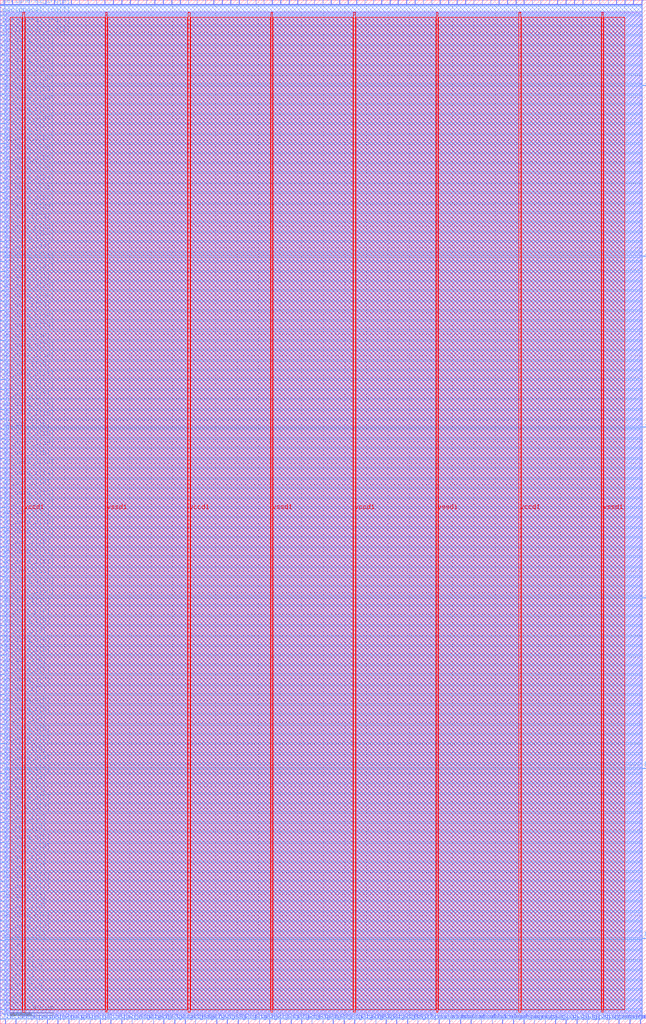
<source format=lef>
VERSION 5.7 ;
  NOWIREEXTENSIONATPIN ON ;
  DIVIDERCHAR "/" ;
  BUSBITCHARS "[]" ;
MACRO Peripherals
  CLASS BLOCK ;
  FOREIGN Peripherals ;
  ORIGIN 0.000 0.000 ;
  SIZE 600.000 BY 950.000 ;
  PIN flash_csb
    DIRECTION INPUT ;
    USE SIGNAL ;
    PORT
      LAYER met2 ;
        RECT 397.990 0.000 398.270 4.000 ;
    END
  END flash_csb
  PIN flash_io0_read
    DIRECTION OUTPUT TRISTATE ;
    USE SIGNAL ;
    PORT
      LAYER met2 ;
        RECT 407.650 0.000 407.930 4.000 ;
    END
  END flash_io0_read
  PIN flash_io0_we
    DIRECTION INPUT ;
    USE SIGNAL ;
    PORT
      LAYER met2 ;
        RECT 417.310 0.000 417.590 4.000 ;
    END
  END flash_io0_we
  PIN flash_io0_write
    DIRECTION INPUT ;
    USE SIGNAL ;
    PORT
      LAYER met2 ;
        RECT 427.430 0.000 427.710 4.000 ;
    END
  END flash_io0_write
  PIN flash_io1_read
    DIRECTION OUTPUT TRISTATE ;
    USE SIGNAL ;
    PORT
      LAYER met2 ;
        RECT 437.090 0.000 437.370 4.000 ;
    END
  END flash_io1_read
  PIN flash_io1_we
    DIRECTION INPUT ;
    USE SIGNAL ;
    PORT
      LAYER met2 ;
        RECT 446.750 0.000 447.030 4.000 ;
    END
  END flash_io1_we
  PIN flash_io1_write
    DIRECTION INPUT ;
    USE SIGNAL ;
    PORT
      LAYER met2 ;
        RECT 456.870 0.000 457.150 4.000 ;
    END
  END flash_io1_write
  PIN flash_sck
    DIRECTION INPUT ;
    USE SIGNAL ;
    PORT
      LAYER met2 ;
        RECT 466.530 0.000 466.810 4.000 ;
    END
  END flash_sck
  PIN internal_uart_rx
    DIRECTION INPUT ;
    USE SIGNAL ;
    PORT
      LAYER met2 ;
        RECT 378.210 0.000 378.490 4.000 ;
    END
  END internal_uart_rx
  PIN internal_uart_tx
    DIRECTION OUTPUT TRISTATE ;
    USE SIGNAL ;
    PORT
      LAYER met2 ;
        RECT 387.870 0.000 388.150 4.000 ;
    END
  END internal_uart_tx
  PIN io_in[0]
    DIRECTION INPUT ;
    USE SIGNAL ;
    PORT
      LAYER met2 ;
        RECT 3.770 946.000 4.050 950.000 ;
    END
  END io_in[0]
  PIN io_in[10]
    DIRECTION INPUT ;
    USE SIGNAL ;
    PORT
      LAYER met2 ;
        RECT 81.510 946.000 81.790 950.000 ;
    END
  END io_in[10]
  PIN io_in[11]
    DIRECTION INPUT ;
    USE SIGNAL ;
    PORT
      LAYER met2 ;
        RECT 89.330 946.000 89.610 950.000 ;
    END
  END io_in[11]
  PIN io_in[12]
    DIRECTION INPUT ;
    USE SIGNAL ;
    PORT
      LAYER met2 ;
        RECT 97.150 946.000 97.430 950.000 ;
    END
  END io_in[12]
  PIN io_in[13]
    DIRECTION INPUT ;
    USE SIGNAL ;
    PORT
      LAYER met2 ;
        RECT 104.970 946.000 105.250 950.000 ;
    END
  END io_in[13]
  PIN io_in[14]
    DIRECTION INPUT ;
    USE SIGNAL ;
    PORT
      LAYER met2 ;
        RECT 112.790 946.000 113.070 950.000 ;
    END
  END io_in[14]
  PIN io_in[15]
    DIRECTION INPUT ;
    USE SIGNAL ;
    PORT
      LAYER met2 ;
        RECT 120.610 946.000 120.890 950.000 ;
    END
  END io_in[15]
  PIN io_in[16]
    DIRECTION INPUT ;
    USE SIGNAL ;
    PORT
      LAYER met2 ;
        RECT 127.970 946.000 128.250 950.000 ;
    END
  END io_in[16]
  PIN io_in[17]
    DIRECTION INPUT ;
    USE SIGNAL ;
    PORT
      LAYER met2 ;
        RECT 135.790 946.000 136.070 950.000 ;
    END
  END io_in[17]
  PIN io_in[18]
    DIRECTION INPUT ;
    USE SIGNAL ;
    PORT
      LAYER met2 ;
        RECT 143.610 946.000 143.890 950.000 ;
    END
  END io_in[18]
  PIN io_in[19]
    DIRECTION INPUT ;
    USE SIGNAL ;
    PORT
      LAYER met2 ;
        RECT 151.430 946.000 151.710 950.000 ;
    END
  END io_in[19]
  PIN io_in[1]
    DIRECTION INPUT ;
    USE SIGNAL ;
    PORT
      LAYER met2 ;
        RECT 11.130 946.000 11.410 950.000 ;
    END
  END io_in[1]
  PIN io_in[20]
    DIRECTION INPUT ;
    USE SIGNAL ;
    PORT
      LAYER met2 ;
        RECT 159.250 946.000 159.530 950.000 ;
    END
  END io_in[20]
  PIN io_in[21]
    DIRECTION INPUT ;
    USE SIGNAL ;
    PORT
      LAYER met2 ;
        RECT 167.070 946.000 167.350 950.000 ;
    END
  END io_in[21]
  PIN io_in[22]
    DIRECTION INPUT ;
    USE SIGNAL ;
    PORT
      LAYER met2 ;
        RECT 174.890 946.000 175.170 950.000 ;
    END
  END io_in[22]
  PIN io_in[23]
    DIRECTION INPUT ;
    USE SIGNAL ;
    PORT
      LAYER met2 ;
        RECT 182.710 946.000 182.990 950.000 ;
    END
  END io_in[23]
  PIN io_in[24]
    DIRECTION INPUT ;
    USE SIGNAL ;
    PORT
      LAYER met2 ;
        RECT 190.530 946.000 190.810 950.000 ;
    END
  END io_in[24]
  PIN io_in[25]
    DIRECTION INPUT ;
    USE SIGNAL ;
    PORT
      LAYER met2 ;
        RECT 198.350 946.000 198.630 950.000 ;
    END
  END io_in[25]
  PIN io_in[26]
    DIRECTION INPUT ;
    USE SIGNAL ;
    PORT
      LAYER met2 ;
        RECT 206.170 946.000 206.450 950.000 ;
    END
  END io_in[26]
  PIN io_in[27]
    DIRECTION INPUT ;
    USE SIGNAL ;
    PORT
      LAYER met2 ;
        RECT 213.990 946.000 214.270 950.000 ;
    END
  END io_in[27]
  PIN io_in[28]
    DIRECTION INPUT ;
    USE SIGNAL ;
    PORT
      LAYER met2 ;
        RECT 221.810 946.000 222.090 950.000 ;
    END
  END io_in[28]
  PIN io_in[29]
    DIRECTION INPUT ;
    USE SIGNAL ;
    PORT
      LAYER met2 ;
        RECT 229.630 946.000 229.910 950.000 ;
    END
  END io_in[29]
  PIN io_in[2]
    DIRECTION INPUT ;
    USE SIGNAL ;
    PORT
      LAYER met2 ;
        RECT 18.950 946.000 19.230 950.000 ;
    END
  END io_in[2]
  PIN io_in[30]
    DIRECTION INPUT ;
    USE SIGNAL ;
    PORT
      LAYER met2 ;
        RECT 237.450 946.000 237.730 950.000 ;
    END
  END io_in[30]
  PIN io_in[31]
    DIRECTION INPUT ;
    USE SIGNAL ;
    PORT
      LAYER met2 ;
        RECT 244.810 946.000 245.090 950.000 ;
    END
  END io_in[31]
  PIN io_in[32]
    DIRECTION INPUT ;
    USE SIGNAL ;
    PORT
      LAYER met2 ;
        RECT 252.630 946.000 252.910 950.000 ;
    END
  END io_in[32]
  PIN io_in[33]
    DIRECTION INPUT ;
    USE SIGNAL ;
    PORT
      LAYER met2 ;
        RECT 260.450 946.000 260.730 950.000 ;
    END
  END io_in[33]
  PIN io_in[34]
    DIRECTION INPUT ;
    USE SIGNAL ;
    PORT
      LAYER met2 ;
        RECT 268.270 946.000 268.550 950.000 ;
    END
  END io_in[34]
  PIN io_in[35]
    DIRECTION INPUT ;
    USE SIGNAL ;
    PORT
      LAYER met2 ;
        RECT 276.090 946.000 276.370 950.000 ;
    END
  END io_in[35]
  PIN io_in[36]
    DIRECTION INPUT ;
    USE SIGNAL ;
    PORT
      LAYER met2 ;
        RECT 283.910 946.000 284.190 950.000 ;
    END
  END io_in[36]
  PIN io_in[37]
    DIRECTION INPUT ;
    USE SIGNAL ;
    PORT
      LAYER met2 ;
        RECT 291.730 946.000 292.010 950.000 ;
    END
  END io_in[37]
  PIN io_in[3]
    DIRECTION INPUT ;
    USE SIGNAL ;
    PORT
      LAYER met2 ;
        RECT 26.770 946.000 27.050 950.000 ;
    END
  END io_in[3]
  PIN io_in[4]
    DIRECTION INPUT ;
    USE SIGNAL ;
    PORT
      LAYER met2 ;
        RECT 34.590 946.000 34.870 950.000 ;
    END
  END io_in[4]
  PIN io_in[5]
    DIRECTION INPUT ;
    USE SIGNAL ;
    PORT
      LAYER met2 ;
        RECT 42.410 946.000 42.690 950.000 ;
    END
  END io_in[5]
  PIN io_in[6]
    DIRECTION INPUT ;
    USE SIGNAL ;
    PORT
      LAYER met2 ;
        RECT 50.230 946.000 50.510 950.000 ;
    END
  END io_in[6]
  PIN io_in[7]
    DIRECTION INPUT ;
    USE SIGNAL ;
    PORT
      LAYER met2 ;
        RECT 58.050 946.000 58.330 950.000 ;
    END
  END io_in[7]
  PIN io_in[8]
    DIRECTION INPUT ;
    USE SIGNAL ;
    PORT
      LAYER met2 ;
        RECT 65.870 946.000 66.150 950.000 ;
    END
  END io_in[8]
  PIN io_in[9]
    DIRECTION INPUT ;
    USE SIGNAL ;
    PORT
      LAYER met2 ;
        RECT 73.690 946.000 73.970 950.000 ;
    END
  END io_in[9]
  PIN io_oeb[0]
    DIRECTION OUTPUT TRISTATE ;
    USE SIGNAL ;
    PORT
      LAYER met2 ;
        RECT 4.690 0.000 4.970 4.000 ;
    END
  END io_oeb[0]
  PIN io_oeb[10]
    DIRECTION OUTPUT TRISTATE ;
    USE SIGNAL ;
    PORT
      LAYER met2 ;
        RECT 102.670 0.000 102.950 4.000 ;
    END
  END io_oeb[10]
  PIN io_oeb[11]
    DIRECTION OUTPUT TRISTATE ;
    USE SIGNAL ;
    PORT
      LAYER met2 ;
        RECT 112.790 0.000 113.070 4.000 ;
    END
  END io_oeb[11]
  PIN io_oeb[12]
    DIRECTION OUTPUT TRISTATE ;
    USE SIGNAL ;
    PORT
      LAYER met2 ;
        RECT 122.450 0.000 122.730 4.000 ;
    END
  END io_oeb[12]
  PIN io_oeb[13]
    DIRECTION OUTPUT TRISTATE ;
    USE SIGNAL ;
    PORT
      LAYER met2 ;
        RECT 132.110 0.000 132.390 4.000 ;
    END
  END io_oeb[13]
  PIN io_oeb[14]
    DIRECTION OUTPUT TRISTATE ;
    USE SIGNAL ;
    PORT
      LAYER met2 ;
        RECT 142.230 0.000 142.510 4.000 ;
    END
  END io_oeb[14]
  PIN io_oeb[15]
    DIRECTION OUTPUT TRISTATE ;
    USE SIGNAL ;
    PORT
      LAYER met2 ;
        RECT 151.890 0.000 152.170 4.000 ;
    END
  END io_oeb[15]
  PIN io_oeb[16]
    DIRECTION OUTPUT TRISTATE ;
    USE SIGNAL ;
    PORT
      LAYER met2 ;
        RECT 162.010 0.000 162.290 4.000 ;
    END
  END io_oeb[16]
  PIN io_oeb[17]
    DIRECTION OUTPUT TRISTATE ;
    USE SIGNAL ;
    PORT
      LAYER met2 ;
        RECT 171.670 0.000 171.950 4.000 ;
    END
  END io_oeb[17]
  PIN io_oeb[18]
    DIRECTION OUTPUT TRISTATE ;
    USE SIGNAL ;
    PORT
      LAYER met2 ;
        RECT 181.330 0.000 181.610 4.000 ;
    END
  END io_oeb[18]
  PIN io_oeb[19]
    DIRECTION OUTPUT TRISTATE ;
    USE SIGNAL ;
    PORT
      LAYER met2 ;
        RECT 191.450 0.000 191.730 4.000 ;
    END
  END io_oeb[19]
  PIN io_oeb[1]
    DIRECTION OUTPUT TRISTATE ;
    USE SIGNAL ;
    PORT
      LAYER met2 ;
        RECT 14.350 0.000 14.630 4.000 ;
    END
  END io_oeb[1]
  PIN io_oeb[20]
    DIRECTION OUTPUT TRISTATE ;
    USE SIGNAL ;
    PORT
      LAYER met2 ;
        RECT 201.110 0.000 201.390 4.000 ;
    END
  END io_oeb[20]
  PIN io_oeb[21]
    DIRECTION OUTPUT TRISTATE ;
    USE SIGNAL ;
    PORT
      LAYER met2 ;
        RECT 210.770 0.000 211.050 4.000 ;
    END
  END io_oeb[21]
  PIN io_oeb[22]
    DIRECTION OUTPUT TRISTATE ;
    USE SIGNAL ;
    PORT
      LAYER met2 ;
        RECT 220.890 0.000 221.170 4.000 ;
    END
  END io_oeb[22]
  PIN io_oeb[23]
    DIRECTION OUTPUT TRISTATE ;
    USE SIGNAL ;
    PORT
      LAYER met2 ;
        RECT 230.550 0.000 230.830 4.000 ;
    END
  END io_oeb[23]
  PIN io_oeb[24]
    DIRECTION OUTPUT TRISTATE ;
    USE SIGNAL ;
    PORT
      LAYER met2 ;
        RECT 240.670 0.000 240.950 4.000 ;
    END
  END io_oeb[24]
  PIN io_oeb[25]
    DIRECTION OUTPUT TRISTATE ;
    USE SIGNAL ;
    PORT
      LAYER met2 ;
        RECT 250.330 0.000 250.610 4.000 ;
    END
  END io_oeb[25]
  PIN io_oeb[26]
    DIRECTION OUTPUT TRISTATE ;
    USE SIGNAL ;
    PORT
      LAYER met2 ;
        RECT 259.990 0.000 260.270 4.000 ;
    END
  END io_oeb[26]
  PIN io_oeb[27]
    DIRECTION OUTPUT TRISTATE ;
    USE SIGNAL ;
    PORT
      LAYER met2 ;
        RECT 270.110 0.000 270.390 4.000 ;
    END
  END io_oeb[27]
  PIN io_oeb[28]
    DIRECTION OUTPUT TRISTATE ;
    USE SIGNAL ;
    PORT
      LAYER met2 ;
        RECT 279.770 0.000 280.050 4.000 ;
    END
  END io_oeb[28]
  PIN io_oeb[29]
    DIRECTION OUTPUT TRISTATE ;
    USE SIGNAL ;
    PORT
      LAYER met2 ;
        RECT 289.430 0.000 289.710 4.000 ;
    END
  END io_oeb[29]
  PIN io_oeb[2]
    DIRECTION OUTPUT TRISTATE ;
    USE SIGNAL ;
    PORT
      LAYER met2 ;
        RECT 24.010 0.000 24.290 4.000 ;
    END
  END io_oeb[2]
  PIN io_oeb[30]
    DIRECTION OUTPUT TRISTATE ;
    USE SIGNAL ;
    PORT
      LAYER met2 ;
        RECT 299.550 0.000 299.830 4.000 ;
    END
  END io_oeb[30]
  PIN io_oeb[31]
    DIRECTION OUTPUT TRISTATE ;
    USE SIGNAL ;
    PORT
      LAYER met2 ;
        RECT 309.210 0.000 309.490 4.000 ;
    END
  END io_oeb[31]
  PIN io_oeb[32]
    DIRECTION OUTPUT TRISTATE ;
    USE SIGNAL ;
    PORT
      LAYER met2 ;
        RECT 319.330 0.000 319.610 4.000 ;
    END
  END io_oeb[32]
  PIN io_oeb[33]
    DIRECTION OUTPUT TRISTATE ;
    USE SIGNAL ;
    PORT
      LAYER met2 ;
        RECT 328.990 0.000 329.270 4.000 ;
    END
  END io_oeb[33]
  PIN io_oeb[34]
    DIRECTION OUTPUT TRISTATE ;
    USE SIGNAL ;
    PORT
      LAYER met2 ;
        RECT 338.650 0.000 338.930 4.000 ;
    END
  END io_oeb[34]
  PIN io_oeb[35]
    DIRECTION OUTPUT TRISTATE ;
    USE SIGNAL ;
    PORT
      LAYER met2 ;
        RECT 348.770 0.000 349.050 4.000 ;
    END
  END io_oeb[35]
  PIN io_oeb[36]
    DIRECTION OUTPUT TRISTATE ;
    USE SIGNAL ;
    PORT
      LAYER met2 ;
        RECT 358.430 0.000 358.710 4.000 ;
    END
  END io_oeb[36]
  PIN io_oeb[37]
    DIRECTION OUTPUT TRISTATE ;
    USE SIGNAL ;
    PORT
      LAYER met2 ;
        RECT 368.090 0.000 368.370 4.000 ;
    END
  END io_oeb[37]
  PIN io_oeb[3]
    DIRECTION OUTPUT TRISTATE ;
    USE SIGNAL ;
    PORT
      LAYER met2 ;
        RECT 34.130 0.000 34.410 4.000 ;
    END
  END io_oeb[3]
  PIN io_oeb[4]
    DIRECTION OUTPUT TRISTATE ;
    USE SIGNAL ;
    PORT
      LAYER met2 ;
        RECT 43.790 0.000 44.070 4.000 ;
    END
  END io_oeb[4]
  PIN io_oeb[5]
    DIRECTION OUTPUT TRISTATE ;
    USE SIGNAL ;
    PORT
      LAYER met2 ;
        RECT 53.450 0.000 53.730 4.000 ;
    END
  END io_oeb[5]
  PIN io_oeb[6]
    DIRECTION OUTPUT TRISTATE ;
    USE SIGNAL ;
    PORT
      LAYER met2 ;
        RECT 63.570 0.000 63.850 4.000 ;
    END
  END io_oeb[6]
  PIN io_oeb[7]
    DIRECTION OUTPUT TRISTATE ;
    USE SIGNAL ;
    PORT
      LAYER met2 ;
        RECT 73.230 0.000 73.510 4.000 ;
    END
  END io_oeb[7]
  PIN io_oeb[8]
    DIRECTION OUTPUT TRISTATE ;
    USE SIGNAL ;
    PORT
      LAYER met2 ;
        RECT 83.350 0.000 83.630 4.000 ;
    END
  END io_oeb[8]
  PIN io_oeb[9]
    DIRECTION OUTPUT TRISTATE ;
    USE SIGNAL ;
    PORT
      LAYER met2 ;
        RECT 93.010 0.000 93.290 4.000 ;
    END
  END io_oeb[9]
  PIN io_out[0]
    DIRECTION OUTPUT TRISTATE ;
    USE SIGNAL ;
    PORT
      LAYER met2 ;
        RECT 299.550 946.000 299.830 950.000 ;
    END
  END io_out[0]
  PIN io_out[10]
    DIRECTION OUTPUT TRISTATE ;
    USE SIGNAL ;
    PORT
      LAYER met2 ;
        RECT 377.290 946.000 377.570 950.000 ;
    END
  END io_out[10]
  PIN io_out[11]
    DIRECTION OUTPUT TRISTATE ;
    USE SIGNAL ;
    PORT
      LAYER met2 ;
        RECT 385.110 946.000 385.390 950.000 ;
    END
  END io_out[11]
  PIN io_out[12]
    DIRECTION OUTPUT TRISTATE ;
    USE SIGNAL ;
    PORT
      LAYER met2 ;
        RECT 392.930 946.000 393.210 950.000 ;
    END
  END io_out[12]
  PIN io_out[13]
    DIRECTION OUTPUT TRISTATE ;
    USE SIGNAL ;
    PORT
      LAYER met2 ;
        RECT 400.750 946.000 401.030 950.000 ;
    END
  END io_out[13]
  PIN io_out[14]
    DIRECTION OUTPUT TRISTATE ;
    USE SIGNAL ;
    PORT
      LAYER met2 ;
        RECT 408.570 946.000 408.850 950.000 ;
    END
  END io_out[14]
  PIN io_out[15]
    DIRECTION OUTPUT TRISTATE ;
    USE SIGNAL ;
    PORT
      LAYER met2 ;
        RECT 416.390 946.000 416.670 950.000 ;
    END
  END io_out[15]
  PIN io_out[16]
    DIRECTION OUTPUT TRISTATE ;
    USE SIGNAL ;
    PORT
      LAYER met2 ;
        RECT 424.210 946.000 424.490 950.000 ;
    END
  END io_out[16]
  PIN io_out[17]
    DIRECTION OUTPUT TRISTATE ;
    USE SIGNAL ;
    PORT
      LAYER met2 ;
        RECT 432.030 946.000 432.310 950.000 ;
    END
  END io_out[17]
  PIN io_out[18]
    DIRECTION OUTPUT TRISTATE ;
    USE SIGNAL ;
    PORT
      LAYER met2 ;
        RECT 439.850 946.000 440.130 950.000 ;
    END
  END io_out[18]
  PIN io_out[19]
    DIRECTION OUTPUT TRISTATE ;
    USE SIGNAL ;
    PORT
      LAYER met2 ;
        RECT 447.670 946.000 447.950 950.000 ;
    END
  END io_out[19]
  PIN io_out[1]
    DIRECTION OUTPUT TRISTATE ;
    USE SIGNAL ;
    PORT
      LAYER met2 ;
        RECT 307.370 946.000 307.650 950.000 ;
    END
  END io_out[1]
  PIN io_out[20]
    DIRECTION OUTPUT TRISTATE ;
    USE SIGNAL ;
    PORT
      LAYER met2 ;
        RECT 455.490 946.000 455.770 950.000 ;
    END
  END io_out[20]
  PIN io_out[21]
    DIRECTION OUTPUT TRISTATE ;
    USE SIGNAL ;
    PORT
      LAYER met2 ;
        RECT 463.310 946.000 463.590 950.000 ;
    END
  END io_out[21]
  PIN io_out[22]
    DIRECTION OUTPUT TRISTATE ;
    USE SIGNAL ;
    PORT
      LAYER met2 ;
        RECT 471.130 946.000 471.410 950.000 ;
    END
  END io_out[22]
  PIN io_out[23]
    DIRECTION OUTPUT TRISTATE ;
    USE SIGNAL ;
    PORT
      LAYER met2 ;
        RECT 478.950 946.000 479.230 950.000 ;
    END
  END io_out[23]
  PIN io_out[24]
    DIRECTION OUTPUT TRISTATE ;
    USE SIGNAL ;
    PORT
      LAYER met2 ;
        RECT 486.310 946.000 486.590 950.000 ;
    END
  END io_out[24]
  PIN io_out[25]
    DIRECTION OUTPUT TRISTATE ;
    USE SIGNAL ;
    PORT
      LAYER met2 ;
        RECT 494.130 946.000 494.410 950.000 ;
    END
  END io_out[25]
  PIN io_out[26]
    DIRECTION OUTPUT TRISTATE ;
    USE SIGNAL ;
    PORT
      LAYER met2 ;
        RECT 501.950 946.000 502.230 950.000 ;
    END
  END io_out[26]
  PIN io_out[27]
    DIRECTION OUTPUT TRISTATE ;
    USE SIGNAL ;
    PORT
      LAYER met2 ;
        RECT 509.770 946.000 510.050 950.000 ;
    END
  END io_out[27]
  PIN io_out[28]
    DIRECTION OUTPUT TRISTATE ;
    USE SIGNAL ;
    PORT
      LAYER met2 ;
        RECT 517.590 946.000 517.870 950.000 ;
    END
  END io_out[28]
  PIN io_out[29]
    DIRECTION OUTPUT TRISTATE ;
    USE SIGNAL ;
    PORT
      LAYER met2 ;
        RECT 525.410 946.000 525.690 950.000 ;
    END
  END io_out[29]
  PIN io_out[2]
    DIRECTION OUTPUT TRISTATE ;
    USE SIGNAL ;
    PORT
      LAYER met2 ;
        RECT 315.190 946.000 315.470 950.000 ;
    END
  END io_out[2]
  PIN io_out[30]
    DIRECTION OUTPUT TRISTATE ;
    USE SIGNAL ;
    PORT
      LAYER met2 ;
        RECT 533.230 946.000 533.510 950.000 ;
    END
  END io_out[30]
  PIN io_out[31]
    DIRECTION OUTPUT TRISTATE ;
    USE SIGNAL ;
    PORT
      LAYER met2 ;
        RECT 541.050 946.000 541.330 950.000 ;
    END
  END io_out[31]
  PIN io_out[32]
    DIRECTION OUTPUT TRISTATE ;
    USE SIGNAL ;
    PORT
      LAYER met2 ;
        RECT 548.870 946.000 549.150 950.000 ;
    END
  END io_out[32]
  PIN io_out[33]
    DIRECTION OUTPUT TRISTATE ;
    USE SIGNAL ;
    PORT
      LAYER met2 ;
        RECT 556.690 946.000 556.970 950.000 ;
    END
  END io_out[33]
  PIN io_out[34]
    DIRECTION OUTPUT TRISTATE ;
    USE SIGNAL ;
    PORT
      LAYER met2 ;
        RECT 564.510 946.000 564.790 950.000 ;
    END
  END io_out[34]
  PIN io_out[35]
    DIRECTION OUTPUT TRISTATE ;
    USE SIGNAL ;
    PORT
      LAYER met2 ;
        RECT 572.330 946.000 572.610 950.000 ;
    END
  END io_out[35]
  PIN io_out[36]
    DIRECTION OUTPUT TRISTATE ;
    USE SIGNAL ;
    PORT
      LAYER met2 ;
        RECT 580.150 946.000 580.430 950.000 ;
    END
  END io_out[36]
  PIN io_out[37]
    DIRECTION OUTPUT TRISTATE ;
    USE SIGNAL ;
    PORT
      LAYER met2 ;
        RECT 587.970 946.000 588.250 950.000 ;
    END
  END io_out[37]
  PIN io_out[3]
    DIRECTION OUTPUT TRISTATE ;
    USE SIGNAL ;
    PORT
      LAYER met2 ;
        RECT 323.010 946.000 323.290 950.000 ;
    END
  END io_out[3]
  PIN io_out[4]
    DIRECTION OUTPUT TRISTATE ;
    USE SIGNAL ;
    PORT
      LAYER met2 ;
        RECT 330.830 946.000 331.110 950.000 ;
    END
  END io_out[4]
  PIN io_out[5]
    DIRECTION OUTPUT TRISTATE ;
    USE SIGNAL ;
    PORT
      LAYER met2 ;
        RECT 338.650 946.000 338.930 950.000 ;
    END
  END io_out[5]
  PIN io_out[6]
    DIRECTION OUTPUT TRISTATE ;
    USE SIGNAL ;
    PORT
      LAYER met2 ;
        RECT 346.470 946.000 346.750 950.000 ;
    END
  END io_out[6]
  PIN io_out[7]
    DIRECTION OUTPUT TRISTATE ;
    USE SIGNAL ;
    PORT
      LAYER met2 ;
        RECT 354.290 946.000 354.570 950.000 ;
    END
  END io_out[7]
  PIN io_out[8]
    DIRECTION OUTPUT TRISTATE ;
    USE SIGNAL ;
    PORT
      LAYER met2 ;
        RECT 362.110 946.000 362.390 950.000 ;
    END
  END io_out[8]
  PIN io_out[9]
    DIRECTION OUTPUT TRISTATE ;
    USE SIGNAL ;
    PORT
      LAYER met2 ;
        RECT 369.470 946.000 369.750 950.000 ;
    END
  END io_out[9]
  PIN jtag_tck
    DIRECTION OUTPUT TRISTATE ;
    USE SIGNAL ;
    PORT
      LAYER met3 ;
        RECT 596.000 395.120 600.000 395.720 ;
    END
  END jtag_tck
  PIN jtag_tdi
    DIRECTION OUTPUT TRISTATE ;
    USE SIGNAL ;
    PORT
      LAYER met3 ;
        RECT 596.000 553.560 600.000 554.160 ;
    END
  END jtag_tdi
  PIN jtag_tdo
    DIRECTION INPUT ;
    USE SIGNAL ;
    PORT
      LAYER met3 ;
        RECT 596.000 712.000 600.000 712.600 ;
    END
  END jtag_tdo
  PIN jtag_tms
    DIRECTION OUTPUT TRISTATE ;
    USE SIGNAL ;
    PORT
      LAYER met3 ;
        RECT 596.000 870.440 600.000 871.040 ;
    END
  END jtag_tms
  PIN peripheral_irq[0]
    DIRECTION OUTPUT TRISTATE ;
    USE SIGNAL ;
    PORT
      LAYER met2 ;
        RECT 595.790 946.000 596.070 950.000 ;
    END
  END peripheral_irq[0]
  PIN peripheral_irq[1]
    DIRECTION OUTPUT TRISTATE ;
    USE SIGNAL ;
    PORT
      LAYER met2 ;
        RECT 555.310 0.000 555.590 4.000 ;
    END
  END peripheral_irq[1]
  PIN peripheral_irq[2]
    DIRECTION OUTPUT TRISTATE ;
    USE SIGNAL ;
    PORT
      LAYER met3 ;
        RECT 0.000 917.360 4.000 917.960 ;
    END
  END peripheral_irq[2]
  PIN peripheral_irq[3]
    DIRECTION OUTPUT TRISTATE ;
    USE SIGNAL ;
    PORT
      LAYER met3 ;
        RECT 0.000 926.200 4.000 926.800 ;
    END
  END peripheral_irq[3]
  PIN peripheral_irq[4]
    DIRECTION OUTPUT TRISTATE ;
    USE SIGNAL ;
    PORT
      LAYER met2 ;
        RECT 564.970 0.000 565.250 4.000 ;
    END
  END peripheral_irq[4]
  PIN peripheral_irq[5]
    DIRECTION OUTPUT TRISTATE ;
    USE SIGNAL ;
    PORT
      LAYER met2 ;
        RECT 574.630 0.000 574.910 4.000 ;
    END
  END peripheral_irq[5]
  PIN peripheral_irq[6]
    DIRECTION OUTPUT TRISTATE ;
    USE SIGNAL ;
    PORT
      LAYER met2 ;
        RECT 584.750 0.000 585.030 4.000 ;
    END
  END peripheral_irq[6]
  PIN peripheral_irq[7]
    DIRECTION OUTPUT TRISTATE ;
    USE SIGNAL ;
    PORT
      LAYER met3 ;
        RECT 0.000 935.720 4.000 936.320 ;
    END
  END peripheral_irq[7]
  PIN peripheral_irq[8]
    DIRECTION OUTPUT TRISTATE ;
    USE SIGNAL ;
    PORT
      LAYER met2 ;
        RECT 594.410 0.000 594.690 4.000 ;
    END
  END peripheral_irq[8]
  PIN peripheral_irq[9]
    DIRECTION OUTPUT TRISTATE ;
    USE SIGNAL ;
    PORT
      LAYER met3 ;
        RECT 0.000 944.560 4.000 945.160 ;
    END
  END peripheral_irq[9]
  PIN probe_blink[0]
    DIRECTION OUTPUT TRISTATE ;
    USE SIGNAL ;
    PORT
      LAYER met3 ;
        RECT 596.000 78.920 600.000 79.520 ;
    END
  END probe_blink[0]
  PIN probe_blink[1]
    DIRECTION OUTPUT TRISTATE ;
    USE SIGNAL ;
    PORT
      LAYER met3 ;
        RECT 596.000 236.680 600.000 237.280 ;
    END
  END probe_blink[1]
  PIN vccd1
    DIRECTION INPUT ;
    USE POWER ;
    PORT
      LAYER met4 ;
        RECT 21.040 10.640 22.640 938.640 ;
    END
    PORT
      LAYER met4 ;
        RECT 174.640 10.640 176.240 938.640 ;
    END
    PORT
      LAYER met4 ;
        RECT 328.240 10.640 329.840 938.640 ;
    END
    PORT
      LAYER met4 ;
        RECT 481.840 10.640 483.440 938.640 ;
    END
  END vccd1
  PIN vga_b[0]
    DIRECTION INPUT ;
    USE SIGNAL ;
    PORT
      LAYER met2 ;
        RECT 495.970 0.000 496.250 4.000 ;
    END
  END vga_b[0]
  PIN vga_b[1]
    DIRECTION INPUT ;
    USE SIGNAL ;
    PORT
      LAYER met2 ;
        RECT 525.410 0.000 525.690 4.000 ;
    END
  END vga_b[1]
  PIN vga_g[0]
    DIRECTION INPUT ;
    USE SIGNAL ;
    PORT
      LAYER met2 ;
        RECT 506.090 0.000 506.370 4.000 ;
    END
  END vga_g[0]
  PIN vga_g[1]
    DIRECTION INPUT ;
    USE SIGNAL ;
    PORT
      LAYER met2 ;
        RECT 535.530 0.000 535.810 4.000 ;
    END
  END vga_g[1]
  PIN vga_hsync
    DIRECTION INPUT ;
    USE SIGNAL ;
    PORT
      LAYER met2 ;
        RECT 476.650 0.000 476.930 4.000 ;
    END
  END vga_hsync
  PIN vga_r[0]
    DIRECTION INPUT ;
    USE SIGNAL ;
    PORT
      LAYER met2 ;
        RECT 515.750 0.000 516.030 4.000 ;
    END
  END vga_r[0]
  PIN vga_r[1]
    DIRECTION INPUT ;
    USE SIGNAL ;
    PORT
      LAYER met2 ;
        RECT 545.190 0.000 545.470 4.000 ;
    END
  END vga_r[1]
  PIN vga_vsync
    DIRECTION INPUT ;
    USE SIGNAL ;
    PORT
      LAYER met2 ;
        RECT 486.310 0.000 486.590 4.000 ;
    END
  END vga_vsync
  PIN vssd1
    DIRECTION INPUT ;
    USE GROUND ;
    PORT
      LAYER met4 ;
        RECT 97.840 10.640 99.440 938.640 ;
    END
    PORT
      LAYER met4 ;
        RECT 251.440 10.640 253.040 938.640 ;
    END
    PORT
      LAYER met4 ;
        RECT 405.040 10.640 406.640 938.640 ;
    END
    PORT
      LAYER met4 ;
        RECT 558.640 10.640 560.240 938.640 ;
    END
  END vssd1
  PIN wb_ack_o
    DIRECTION OUTPUT TRISTATE ;
    USE SIGNAL ;
    PORT
      LAYER met3 ;
        RECT 0.000 4.120 4.000 4.720 ;
    END
  END wb_ack_o
  PIN wb_adr_i[0]
    DIRECTION INPUT ;
    USE SIGNAL ;
    PORT
      LAYER met3 ;
        RECT 0.000 76.880 4.000 77.480 ;
    END
  END wb_adr_i[0]
  PIN wb_adr_i[10]
    DIRECTION INPUT ;
    USE SIGNAL ;
    PORT
      LAYER met3 ;
        RECT 0.000 387.640 4.000 388.240 ;
    END
  END wb_adr_i[10]
  PIN wb_adr_i[11]
    DIRECTION INPUT ;
    USE SIGNAL ;
    PORT
      LAYER met3 ;
        RECT 0.000 414.840 4.000 415.440 ;
    END
  END wb_adr_i[11]
  PIN wb_adr_i[12]
    DIRECTION INPUT ;
    USE SIGNAL ;
    PORT
      LAYER met3 ;
        RECT 0.000 442.040 4.000 442.640 ;
    END
  END wb_adr_i[12]
  PIN wb_adr_i[13]
    DIRECTION INPUT ;
    USE SIGNAL ;
    PORT
      LAYER met3 ;
        RECT 0.000 469.920 4.000 470.520 ;
    END
  END wb_adr_i[13]
  PIN wb_adr_i[14]
    DIRECTION INPUT ;
    USE SIGNAL ;
    PORT
      LAYER met3 ;
        RECT 0.000 497.120 4.000 497.720 ;
    END
  END wb_adr_i[14]
  PIN wb_adr_i[15]
    DIRECTION INPUT ;
    USE SIGNAL ;
    PORT
      LAYER met3 ;
        RECT 0.000 524.320 4.000 524.920 ;
    END
  END wb_adr_i[15]
  PIN wb_adr_i[16]
    DIRECTION INPUT ;
    USE SIGNAL ;
    PORT
      LAYER met3 ;
        RECT 0.000 551.520 4.000 552.120 ;
    END
  END wb_adr_i[16]
  PIN wb_adr_i[17]
    DIRECTION INPUT ;
    USE SIGNAL ;
    PORT
      LAYER met3 ;
        RECT 0.000 579.400 4.000 580.000 ;
    END
  END wb_adr_i[17]
  PIN wb_adr_i[18]
    DIRECTION INPUT ;
    USE SIGNAL ;
    PORT
      LAYER met3 ;
        RECT 0.000 606.600 4.000 607.200 ;
    END
  END wb_adr_i[18]
  PIN wb_adr_i[19]
    DIRECTION INPUT ;
    USE SIGNAL ;
    PORT
      LAYER met3 ;
        RECT 0.000 633.800 4.000 634.400 ;
    END
  END wb_adr_i[19]
  PIN wb_adr_i[1]
    DIRECTION INPUT ;
    USE SIGNAL ;
    PORT
      LAYER met3 ;
        RECT 0.000 113.600 4.000 114.200 ;
    END
  END wb_adr_i[1]
  PIN wb_adr_i[20]
    DIRECTION INPUT ;
    USE SIGNAL ;
    PORT
      LAYER met3 ;
        RECT 0.000 661.680 4.000 662.280 ;
    END
  END wb_adr_i[20]
  PIN wb_adr_i[21]
    DIRECTION INPUT ;
    USE SIGNAL ;
    PORT
      LAYER met3 ;
        RECT 0.000 688.880 4.000 689.480 ;
    END
  END wb_adr_i[21]
  PIN wb_adr_i[22]
    DIRECTION INPUT ;
    USE SIGNAL ;
    PORT
      LAYER met3 ;
        RECT 0.000 716.080 4.000 716.680 ;
    END
  END wb_adr_i[22]
  PIN wb_adr_i[23]
    DIRECTION INPUT ;
    USE SIGNAL ;
    PORT
      LAYER met3 ;
        RECT 0.000 743.960 4.000 744.560 ;
    END
  END wb_adr_i[23]
  PIN wb_adr_i[2]
    DIRECTION INPUT ;
    USE SIGNAL ;
    PORT
      LAYER met3 ;
        RECT 0.000 149.640 4.000 150.240 ;
    END
  END wb_adr_i[2]
  PIN wb_adr_i[3]
    DIRECTION INPUT ;
    USE SIGNAL ;
    PORT
      LAYER met3 ;
        RECT 0.000 186.360 4.000 186.960 ;
    END
  END wb_adr_i[3]
  PIN wb_adr_i[4]
    DIRECTION INPUT ;
    USE SIGNAL ;
    PORT
      LAYER met3 ;
        RECT 0.000 223.080 4.000 223.680 ;
    END
  END wb_adr_i[4]
  PIN wb_adr_i[5]
    DIRECTION INPUT ;
    USE SIGNAL ;
    PORT
      LAYER met3 ;
        RECT 0.000 250.280 4.000 250.880 ;
    END
  END wb_adr_i[5]
  PIN wb_adr_i[6]
    DIRECTION INPUT ;
    USE SIGNAL ;
    PORT
      LAYER met3 ;
        RECT 0.000 277.480 4.000 278.080 ;
    END
  END wb_adr_i[6]
  PIN wb_adr_i[7]
    DIRECTION INPUT ;
    USE SIGNAL ;
    PORT
      LAYER met3 ;
        RECT 0.000 305.360 4.000 305.960 ;
    END
  END wb_adr_i[7]
  PIN wb_adr_i[8]
    DIRECTION INPUT ;
    USE SIGNAL ;
    PORT
      LAYER met3 ;
        RECT 0.000 332.560 4.000 333.160 ;
    END
  END wb_adr_i[8]
  PIN wb_adr_i[9]
    DIRECTION INPUT ;
    USE SIGNAL ;
    PORT
      LAYER met3 ;
        RECT 0.000 359.760 4.000 360.360 ;
    END
  END wb_adr_i[9]
  PIN wb_clk_i
    DIRECTION INPUT ;
    USE SIGNAL ;
    PORT
      LAYER met3 ;
        RECT 0.000 12.960 4.000 13.560 ;
    END
  END wb_clk_i
  PIN wb_cyc_i
    DIRECTION INPUT ;
    USE SIGNAL ;
    PORT
      LAYER met3 ;
        RECT 0.000 21.800 4.000 22.400 ;
    END
  END wb_cyc_i
  PIN wb_data_i[0]
    DIRECTION INPUT ;
    USE SIGNAL ;
    PORT
      LAYER met3 ;
        RECT 0.000 85.720 4.000 86.320 ;
    END
  END wb_data_i[0]
  PIN wb_data_i[10]
    DIRECTION INPUT ;
    USE SIGNAL ;
    PORT
      LAYER met3 ;
        RECT 0.000 396.480 4.000 397.080 ;
    END
  END wb_data_i[10]
  PIN wb_data_i[11]
    DIRECTION INPUT ;
    USE SIGNAL ;
    PORT
      LAYER met3 ;
        RECT 0.000 423.680 4.000 424.280 ;
    END
  END wb_data_i[11]
  PIN wb_data_i[12]
    DIRECTION INPUT ;
    USE SIGNAL ;
    PORT
      LAYER met3 ;
        RECT 0.000 451.560 4.000 452.160 ;
    END
  END wb_data_i[12]
  PIN wb_data_i[13]
    DIRECTION INPUT ;
    USE SIGNAL ;
    PORT
      LAYER met3 ;
        RECT 0.000 478.760 4.000 479.360 ;
    END
  END wb_data_i[13]
  PIN wb_data_i[14]
    DIRECTION INPUT ;
    USE SIGNAL ;
    PORT
      LAYER met3 ;
        RECT 0.000 505.960 4.000 506.560 ;
    END
  END wb_data_i[14]
  PIN wb_data_i[15]
    DIRECTION INPUT ;
    USE SIGNAL ;
    PORT
      LAYER met3 ;
        RECT 0.000 533.840 4.000 534.440 ;
    END
  END wb_data_i[15]
  PIN wb_data_i[16]
    DIRECTION INPUT ;
    USE SIGNAL ;
    PORT
      LAYER met3 ;
        RECT 0.000 561.040 4.000 561.640 ;
    END
  END wb_data_i[16]
  PIN wb_data_i[17]
    DIRECTION INPUT ;
    USE SIGNAL ;
    PORT
      LAYER met3 ;
        RECT 0.000 588.240 4.000 588.840 ;
    END
  END wb_data_i[17]
  PIN wb_data_i[18]
    DIRECTION INPUT ;
    USE SIGNAL ;
    PORT
      LAYER met3 ;
        RECT 0.000 615.440 4.000 616.040 ;
    END
  END wb_data_i[18]
  PIN wb_data_i[19]
    DIRECTION INPUT ;
    USE SIGNAL ;
    PORT
      LAYER met3 ;
        RECT 0.000 643.320 4.000 643.920 ;
    END
  END wb_data_i[19]
  PIN wb_data_i[1]
    DIRECTION INPUT ;
    USE SIGNAL ;
    PORT
      LAYER met3 ;
        RECT 0.000 122.440 4.000 123.040 ;
    END
  END wb_data_i[1]
  PIN wb_data_i[20]
    DIRECTION INPUT ;
    USE SIGNAL ;
    PORT
      LAYER met3 ;
        RECT 0.000 670.520 4.000 671.120 ;
    END
  END wb_data_i[20]
  PIN wb_data_i[21]
    DIRECTION INPUT ;
    USE SIGNAL ;
    PORT
      LAYER met3 ;
        RECT 0.000 697.720 4.000 698.320 ;
    END
  END wb_data_i[21]
  PIN wb_data_i[22]
    DIRECTION INPUT ;
    USE SIGNAL ;
    PORT
      LAYER met3 ;
        RECT 0.000 725.600 4.000 726.200 ;
    END
  END wb_data_i[22]
  PIN wb_data_i[23]
    DIRECTION INPUT ;
    USE SIGNAL ;
    PORT
      LAYER met3 ;
        RECT 0.000 752.800 4.000 753.400 ;
    END
  END wb_data_i[23]
  PIN wb_data_i[24]
    DIRECTION INPUT ;
    USE SIGNAL ;
    PORT
      LAYER met3 ;
        RECT 0.000 771.160 4.000 771.760 ;
    END
  END wb_data_i[24]
  PIN wb_data_i[25]
    DIRECTION INPUT ;
    USE SIGNAL ;
    PORT
      LAYER met3 ;
        RECT 0.000 789.520 4.000 790.120 ;
    END
  END wb_data_i[25]
  PIN wb_data_i[26]
    DIRECTION INPUT ;
    USE SIGNAL ;
    PORT
      LAYER met3 ;
        RECT 0.000 807.880 4.000 808.480 ;
    END
  END wb_data_i[26]
  PIN wb_data_i[27]
    DIRECTION INPUT ;
    USE SIGNAL ;
    PORT
      LAYER met3 ;
        RECT 0.000 825.560 4.000 826.160 ;
    END
  END wb_data_i[27]
  PIN wb_data_i[28]
    DIRECTION INPUT ;
    USE SIGNAL ;
    PORT
      LAYER met3 ;
        RECT 0.000 843.920 4.000 844.520 ;
    END
  END wb_data_i[28]
  PIN wb_data_i[29]
    DIRECTION INPUT ;
    USE SIGNAL ;
    PORT
      LAYER met3 ;
        RECT 0.000 862.280 4.000 862.880 ;
    END
  END wb_data_i[29]
  PIN wb_data_i[2]
    DIRECTION INPUT ;
    USE SIGNAL ;
    PORT
      LAYER met3 ;
        RECT 0.000 159.160 4.000 159.760 ;
    END
  END wb_data_i[2]
  PIN wb_data_i[30]
    DIRECTION INPUT ;
    USE SIGNAL ;
    PORT
      LAYER met3 ;
        RECT 0.000 880.640 4.000 881.240 ;
    END
  END wb_data_i[30]
  PIN wb_data_i[31]
    DIRECTION INPUT ;
    USE SIGNAL ;
    PORT
      LAYER met3 ;
        RECT 0.000 899.000 4.000 899.600 ;
    END
  END wb_data_i[31]
  PIN wb_data_i[3]
    DIRECTION INPUT ;
    USE SIGNAL ;
    PORT
      LAYER met3 ;
        RECT 0.000 195.880 4.000 196.480 ;
    END
  END wb_data_i[3]
  PIN wb_data_i[4]
    DIRECTION INPUT ;
    USE SIGNAL ;
    PORT
      LAYER met3 ;
        RECT 0.000 231.920 4.000 232.520 ;
    END
  END wb_data_i[4]
  PIN wb_data_i[5]
    DIRECTION INPUT ;
    USE SIGNAL ;
    PORT
      LAYER met3 ;
        RECT 0.000 259.800 4.000 260.400 ;
    END
  END wb_data_i[5]
  PIN wb_data_i[6]
    DIRECTION INPUT ;
    USE SIGNAL ;
    PORT
      LAYER met3 ;
        RECT 0.000 287.000 4.000 287.600 ;
    END
  END wb_data_i[6]
  PIN wb_data_i[7]
    DIRECTION INPUT ;
    USE SIGNAL ;
    PORT
      LAYER met3 ;
        RECT 0.000 314.200 4.000 314.800 ;
    END
  END wb_data_i[7]
  PIN wb_data_i[8]
    DIRECTION INPUT ;
    USE SIGNAL ;
    PORT
      LAYER met3 ;
        RECT 0.000 342.080 4.000 342.680 ;
    END
  END wb_data_i[8]
  PIN wb_data_i[9]
    DIRECTION INPUT ;
    USE SIGNAL ;
    PORT
      LAYER met3 ;
        RECT 0.000 369.280 4.000 369.880 ;
    END
  END wb_data_i[9]
  PIN wb_data_o[0]
    DIRECTION OUTPUT TRISTATE ;
    USE SIGNAL ;
    PORT
      LAYER met3 ;
        RECT 0.000 95.240 4.000 95.840 ;
    END
  END wb_data_o[0]
  PIN wb_data_o[10]
    DIRECTION OUTPUT TRISTATE ;
    USE SIGNAL ;
    PORT
      LAYER met3 ;
        RECT 0.000 406.000 4.000 406.600 ;
    END
  END wb_data_o[10]
  PIN wb_data_o[11]
    DIRECTION OUTPUT TRISTATE ;
    USE SIGNAL ;
    PORT
      LAYER met3 ;
        RECT 0.000 433.200 4.000 433.800 ;
    END
  END wb_data_o[11]
  PIN wb_data_o[12]
    DIRECTION OUTPUT TRISTATE ;
    USE SIGNAL ;
    PORT
      LAYER met3 ;
        RECT 0.000 460.400 4.000 461.000 ;
    END
  END wb_data_o[12]
  PIN wb_data_o[13]
    DIRECTION OUTPUT TRISTATE ;
    USE SIGNAL ;
    PORT
      LAYER met3 ;
        RECT 0.000 487.600 4.000 488.200 ;
    END
  END wb_data_o[13]
  PIN wb_data_o[14]
    DIRECTION OUTPUT TRISTATE ;
    USE SIGNAL ;
    PORT
      LAYER met3 ;
        RECT 0.000 515.480 4.000 516.080 ;
    END
  END wb_data_o[14]
  PIN wb_data_o[15]
    DIRECTION OUTPUT TRISTATE ;
    USE SIGNAL ;
    PORT
      LAYER met3 ;
        RECT 0.000 542.680 4.000 543.280 ;
    END
  END wb_data_o[15]
  PIN wb_data_o[16]
    DIRECTION OUTPUT TRISTATE ;
    USE SIGNAL ;
    PORT
      LAYER met3 ;
        RECT 0.000 569.880 4.000 570.480 ;
    END
  END wb_data_o[16]
  PIN wb_data_o[17]
    DIRECTION OUTPUT TRISTATE ;
    USE SIGNAL ;
    PORT
      LAYER met3 ;
        RECT 0.000 597.760 4.000 598.360 ;
    END
  END wb_data_o[17]
  PIN wb_data_o[18]
    DIRECTION OUTPUT TRISTATE ;
    USE SIGNAL ;
    PORT
      LAYER met3 ;
        RECT 0.000 624.960 4.000 625.560 ;
    END
  END wb_data_o[18]
  PIN wb_data_o[19]
    DIRECTION OUTPUT TRISTATE ;
    USE SIGNAL ;
    PORT
      LAYER met3 ;
        RECT 0.000 652.160 4.000 652.760 ;
    END
  END wb_data_o[19]
  PIN wb_data_o[1]
    DIRECTION OUTPUT TRISTATE ;
    USE SIGNAL ;
    PORT
      LAYER met3 ;
        RECT 0.000 131.960 4.000 132.560 ;
    END
  END wb_data_o[1]
  PIN wb_data_o[20]
    DIRECTION OUTPUT TRISTATE ;
    USE SIGNAL ;
    PORT
      LAYER met3 ;
        RECT 0.000 680.040 4.000 680.640 ;
    END
  END wb_data_o[20]
  PIN wb_data_o[21]
    DIRECTION OUTPUT TRISTATE ;
    USE SIGNAL ;
    PORT
      LAYER met3 ;
        RECT 0.000 707.240 4.000 707.840 ;
    END
  END wb_data_o[21]
  PIN wb_data_o[22]
    DIRECTION OUTPUT TRISTATE ;
    USE SIGNAL ;
    PORT
      LAYER met3 ;
        RECT 0.000 734.440 4.000 735.040 ;
    END
  END wb_data_o[22]
  PIN wb_data_o[23]
    DIRECTION OUTPUT TRISTATE ;
    USE SIGNAL ;
    PORT
      LAYER met3 ;
        RECT 0.000 761.640 4.000 762.240 ;
    END
  END wb_data_o[23]
  PIN wb_data_o[24]
    DIRECTION OUTPUT TRISTATE ;
    USE SIGNAL ;
    PORT
      LAYER met3 ;
        RECT 0.000 780.000 4.000 780.600 ;
    END
  END wb_data_o[24]
  PIN wb_data_o[25]
    DIRECTION OUTPUT TRISTATE ;
    USE SIGNAL ;
    PORT
      LAYER met3 ;
        RECT 0.000 798.360 4.000 798.960 ;
    END
  END wb_data_o[25]
  PIN wb_data_o[26]
    DIRECTION OUTPUT TRISTATE ;
    USE SIGNAL ;
    PORT
      LAYER met3 ;
        RECT 0.000 816.720 4.000 817.320 ;
    END
  END wb_data_o[26]
  PIN wb_data_o[27]
    DIRECTION OUTPUT TRISTATE ;
    USE SIGNAL ;
    PORT
      LAYER met3 ;
        RECT 0.000 835.080 4.000 835.680 ;
    END
  END wb_data_o[27]
  PIN wb_data_o[28]
    DIRECTION OUTPUT TRISTATE ;
    USE SIGNAL ;
    PORT
      LAYER met3 ;
        RECT 0.000 853.440 4.000 854.040 ;
    END
  END wb_data_o[28]
  PIN wb_data_o[29]
    DIRECTION OUTPUT TRISTATE ;
    USE SIGNAL ;
    PORT
      LAYER met3 ;
        RECT 0.000 871.800 4.000 872.400 ;
    END
  END wb_data_o[29]
  PIN wb_data_o[2]
    DIRECTION OUTPUT TRISTATE ;
    USE SIGNAL ;
    PORT
      LAYER met3 ;
        RECT 0.000 168.000 4.000 168.600 ;
    END
  END wb_data_o[2]
  PIN wb_data_o[30]
    DIRECTION OUTPUT TRISTATE ;
    USE SIGNAL ;
    PORT
      LAYER met3 ;
        RECT 0.000 889.480 4.000 890.080 ;
    END
  END wb_data_o[30]
  PIN wb_data_o[31]
    DIRECTION OUTPUT TRISTATE ;
    USE SIGNAL ;
    PORT
      LAYER met3 ;
        RECT 0.000 907.840 4.000 908.440 ;
    END
  END wb_data_o[31]
  PIN wb_data_o[3]
    DIRECTION OUTPUT TRISTATE ;
    USE SIGNAL ;
    PORT
      LAYER met3 ;
        RECT 0.000 204.720 4.000 205.320 ;
    END
  END wb_data_o[3]
  PIN wb_data_o[4]
    DIRECTION OUTPUT TRISTATE ;
    USE SIGNAL ;
    PORT
      LAYER met3 ;
        RECT 0.000 241.440 4.000 242.040 ;
    END
  END wb_data_o[4]
  PIN wb_data_o[5]
    DIRECTION OUTPUT TRISTATE ;
    USE SIGNAL ;
    PORT
      LAYER met3 ;
        RECT 0.000 268.640 4.000 269.240 ;
    END
  END wb_data_o[5]
  PIN wb_data_o[6]
    DIRECTION OUTPUT TRISTATE ;
    USE SIGNAL ;
    PORT
      LAYER met3 ;
        RECT 0.000 295.840 4.000 296.440 ;
    END
  END wb_data_o[6]
  PIN wb_data_o[7]
    DIRECTION OUTPUT TRISTATE ;
    USE SIGNAL ;
    PORT
      LAYER met3 ;
        RECT 0.000 323.720 4.000 324.320 ;
    END
  END wb_data_o[7]
  PIN wb_data_o[8]
    DIRECTION OUTPUT TRISTATE ;
    USE SIGNAL ;
    PORT
      LAYER met3 ;
        RECT 0.000 350.920 4.000 351.520 ;
    END
  END wb_data_o[8]
  PIN wb_data_o[9]
    DIRECTION OUTPUT TRISTATE ;
    USE SIGNAL ;
    PORT
      LAYER met3 ;
        RECT 0.000 378.120 4.000 378.720 ;
    END
  END wb_data_o[9]
  PIN wb_error_o
    DIRECTION OUTPUT TRISTATE ;
    USE SIGNAL ;
    PORT
      LAYER met3 ;
        RECT 0.000 31.320 4.000 31.920 ;
    END
  END wb_error_o
  PIN wb_rst_i
    DIRECTION INPUT ;
    USE SIGNAL ;
    PORT
      LAYER met3 ;
        RECT 0.000 40.160 4.000 40.760 ;
    END
  END wb_rst_i
  PIN wb_sel_i[0]
    DIRECTION INPUT ;
    USE SIGNAL ;
    PORT
      LAYER met3 ;
        RECT 0.000 104.080 4.000 104.680 ;
    END
  END wb_sel_i[0]
  PIN wb_sel_i[1]
    DIRECTION INPUT ;
    USE SIGNAL ;
    PORT
      LAYER met3 ;
        RECT 0.000 140.800 4.000 141.400 ;
    END
  END wb_sel_i[1]
  PIN wb_sel_i[2]
    DIRECTION INPUT ;
    USE SIGNAL ;
    PORT
      LAYER met3 ;
        RECT 0.000 177.520 4.000 178.120 ;
    END
  END wb_sel_i[2]
  PIN wb_sel_i[3]
    DIRECTION INPUT ;
    USE SIGNAL ;
    PORT
      LAYER met3 ;
        RECT 0.000 213.560 4.000 214.160 ;
    END
  END wb_sel_i[3]
  PIN wb_stall_o
    DIRECTION OUTPUT TRISTATE ;
    USE SIGNAL ;
    PORT
      LAYER met3 ;
        RECT 0.000 49.680 4.000 50.280 ;
    END
  END wb_stall_o
  PIN wb_stb_i
    DIRECTION INPUT ;
    USE SIGNAL ;
    PORT
      LAYER met3 ;
        RECT 0.000 58.520 4.000 59.120 ;
    END
  END wb_stb_i
  PIN wb_we_i
    DIRECTION INPUT ;
    USE SIGNAL ;
    PORT
      LAYER met3 ;
        RECT 0.000 68.040 4.000 68.640 ;
    END
  END wb_we_i
  OBS
      LAYER li1 ;
        RECT 5.520 10.795 594.320 938.485 ;
      LAYER met1 ;
        RECT 0.070 9.220 596.090 939.040 ;
      LAYER met2 ;
        RECT 0.100 945.720 3.490 946.290 ;
        RECT 4.330 945.720 10.850 946.290 ;
        RECT 11.690 945.720 18.670 946.290 ;
        RECT 19.510 945.720 26.490 946.290 ;
        RECT 27.330 945.720 34.310 946.290 ;
        RECT 35.150 945.720 42.130 946.290 ;
        RECT 42.970 945.720 49.950 946.290 ;
        RECT 50.790 945.720 57.770 946.290 ;
        RECT 58.610 945.720 65.590 946.290 ;
        RECT 66.430 945.720 73.410 946.290 ;
        RECT 74.250 945.720 81.230 946.290 ;
        RECT 82.070 945.720 89.050 946.290 ;
        RECT 89.890 945.720 96.870 946.290 ;
        RECT 97.710 945.720 104.690 946.290 ;
        RECT 105.530 945.720 112.510 946.290 ;
        RECT 113.350 945.720 120.330 946.290 ;
        RECT 121.170 945.720 127.690 946.290 ;
        RECT 128.530 945.720 135.510 946.290 ;
        RECT 136.350 945.720 143.330 946.290 ;
        RECT 144.170 945.720 151.150 946.290 ;
        RECT 151.990 945.720 158.970 946.290 ;
        RECT 159.810 945.720 166.790 946.290 ;
        RECT 167.630 945.720 174.610 946.290 ;
        RECT 175.450 945.720 182.430 946.290 ;
        RECT 183.270 945.720 190.250 946.290 ;
        RECT 191.090 945.720 198.070 946.290 ;
        RECT 198.910 945.720 205.890 946.290 ;
        RECT 206.730 945.720 213.710 946.290 ;
        RECT 214.550 945.720 221.530 946.290 ;
        RECT 222.370 945.720 229.350 946.290 ;
        RECT 230.190 945.720 237.170 946.290 ;
        RECT 238.010 945.720 244.530 946.290 ;
        RECT 245.370 945.720 252.350 946.290 ;
        RECT 253.190 945.720 260.170 946.290 ;
        RECT 261.010 945.720 267.990 946.290 ;
        RECT 268.830 945.720 275.810 946.290 ;
        RECT 276.650 945.720 283.630 946.290 ;
        RECT 284.470 945.720 291.450 946.290 ;
        RECT 292.290 945.720 299.270 946.290 ;
        RECT 300.110 945.720 307.090 946.290 ;
        RECT 307.930 945.720 314.910 946.290 ;
        RECT 315.750 945.720 322.730 946.290 ;
        RECT 323.570 945.720 330.550 946.290 ;
        RECT 331.390 945.720 338.370 946.290 ;
        RECT 339.210 945.720 346.190 946.290 ;
        RECT 347.030 945.720 354.010 946.290 ;
        RECT 354.850 945.720 361.830 946.290 ;
        RECT 362.670 945.720 369.190 946.290 ;
        RECT 370.030 945.720 377.010 946.290 ;
        RECT 377.850 945.720 384.830 946.290 ;
        RECT 385.670 945.720 392.650 946.290 ;
        RECT 393.490 945.720 400.470 946.290 ;
        RECT 401.310 945.720 408.290 946.290 ;
        RECT 409.130 945.720 416.110 946.290 ;
        RECT 416.950 945.720 423.930 946.290 ;
        RECT 424.770 945.720 431.750 946.290 ;
        RECT 432.590 945.720 439.570 946.290 ;
        RECT 440.410 945.720 447.390 946.290 ;
        RECT 448.230 945.720 455.210 946.290 ;
        RECT 456.050 945.720 463.030 946.290 ;
        RECT 463.870 945.720 470.850 946.290 ;
        RECT 471.690 945.720 478.670 946.290 ;
        RECT 479.510 945.720 486.030 946.290 ;
        RECT 486.870 945.720 493.850 946.290 ;
        RECT 494.690 945.720 501.670 946.290 ;
        RECT 502.510 945.720 509.490 946.290 ;
        RECT 510.330 945.720 517.310 946.290 ;
        RECT 518.150 945.720 525.130 946.290 ;
        RECT 525.970 945.720 532.950 946.290 ;
        RECT 533.790 945.720 540.770 946.290 ;
        RECT 541.610 945.720 548.590 946.290 ;
        RECT 549.430 945.720 556.410 946.290 ;
        RECT 557.250 945.720 564.230 946.290 ;
        RECT 565.070 945.720 572.050 946.290 ;
        RECT 572.890 945.720 579.870 946.290 ;
        RECT 580.710 945.720 587.690 946.290 ;
        RECT 588.530 945.720 595.510 946.290 ;
        RECT 0.100 4.280 596.060 945.720 ;
        RECT 0.100 4.000 4.410 4.280 ;
        RECT 5.250 4.000 14.070 4.280 ;
        RECT 14.910 4.000 23.730 4.280 ;
        RECT 24.570 4.000 33.850 4.280 ;
        RECT 34.690 4.000 43.510 4.280 ;
        RECT 44.350 4.000 53.170 4.280 ;
        RECT 54.010 4.000 63.290 4.280 ;
        RECT 64.130 4.000 72.950 4.280 ;
        RECT 73.790 4.000 83.070 4.280 ;
        RECT 83.910 4.000 92.730 4.280 ;
        RECT 93.570 4.000 102.390 4.280 ;
        RECT 103.230 4.000 112.510 4.280 ;
        RECT 113.350 4.000 122.170 4.280 ;
        RECT 123.010 4.000 131.830 4.280 ;
        RECT 132.670 4.000 141.950 4.280 ;
        RECT 142.790 4.000 151.610 4.280 ;
        RECT 152.450 4.000 161.730 4.280 ;
        RECT 162.570 4.000 171.390 4.280 ;
        RECT 172.230 4.000 181.050 4.280 ;
        RECT 181.890 4.000 191.170 4.280 ;
        RECT 192.010 4.000 200.830 4.280 ;
        RECT 201.670 4.000 210.490 4.280 ;
        RECT 211.330 4.000 220.610 4.280 ;
        RECT 221.450 4.000 230.270 4.280 ;
        RECT 231.110 4.000 240.390 4.280 ;
        RECT 241.230 4.000 250.050 4.280 ;
        RECT 250.890 4.000 259.710 4.280 ;
        RECT 260.550 4.000 269.830 4.280 ;
        RECT 270.670 4.000 279.490 4.280 ;
        RECT 280.330 4.000 289.150 4.280 ;
        RECT 289.990 4.000 299.270 4.280 ;
        RECT 300.110 4.000 308.930 4.280 ;
        RECT 309.770 4.000 319.050 4.280 ;
        RECT 319.890 4.000 328.710 4.280 ;
        RECT 329.550 4.000 338.370 4.280 ;
        RECT 339.210 4.000 348.490 4.280 ;
        RECT 349.330 4.000 358.150 4.280 ;
        RECT 358.990 4.000 367.810 4.280 ;
        RECT 368.650 4.000 377.930 4.280 ;
        RECT 378.770 4.000 387.590 4.280 ;
        RECT 388.430 4.000 397.710 4.280 ;
        RECT 398.550 4.000 407.370 4.280 ;
        RECT 408.210 4.000 417.030 4.280 ;
        RECT 417.870 4.000 427.150 4.280 ;
        RECT 427.990 4.000 436.810 4.280 ;
        RECT 437.650 4.000 446.470 4.280 ;
        RECT 447.310 4.000 456.590 4.280 ;
        RECT 457.430 4.000 466.250 4.280 ;
        RECT 467.090 4.000 476.370 4.280 ;
        RECT 477.210 4.000 486.030 4.280 ;
        RECT 486.870 4.000 495.690 4.280 ;
        RECT 496.530 4.000 505.810 4.280 ;
        RECT 506.650 4.000 515.470 4.280 ;
        RECT 516.310 4.000 525.130 4.280 ;
        RECT 525.970 4.000 535.250 4.280 ;
        RECT 536.090 4.000 544.910 4.280 ;
        RECT 545.750 4.000 555.030 4.280 ;
        RECT 555.870 4.000 564.690 4.280 ;
        RECT 565.530 4.000 574.350 4.280 ;
        RECT 575.190 4.000 584.470 4.280 ;
        RECT 585.310 4.000 594.130 4.280 ;
        RECT 594.970 4.000 596.060 4.280 ;
      LAYER met3 ;
        RECT 4.400 944.160 596.000 945.025 ;
        RECT 4.000 936.720 596.000 944.160 ;
        RECT 4.400 935.320 596.000 936.720 ;
        RECT 4.000 927.200 596.000 935.320 ;
        RECT 4.400 925.800 596.000 927.200 ;
        RECT 4.000 918.360 596.000 925.800 ;
        RECT 4.400 916.960 596.000 918.360 ;
        RECT 4.000 908.840 596.000 916.960 ;
        RECT 4.400 907.440 596.000 908.840 ;
        RECT 4.000 900.000 596.000 907.440 ;
        RECT 4.400 898.600 596.000 900.000 ;
        RECT 4.000 890.480 596.000 898.600 ;
        RECT 4.400 889.080 596.000 890.480 ;
        RECT 4.000 881.640 596.000 889.080 ;
        RECT 4.400 880.240 596.000 881.640 ;
        RECT 4.000 872.800 596.000 880.240 ;
        RECT 4.400 871.440 596.000 872.800 ;
        RECT 4.400 871.400 595.600 871.440 ;
        RECT 4.000 870.040 595.600 871.400 ;
        RECT 4.000 863.280 596.000 870.040 ;
        RECT 4.400 861.880 596.000 863.280 ;
        RECT 4.000 854.440 596.000 861.880 ;
        RECT 4.400 853.040 596.000 854.440 ;
        RECT 4.000 844.920 596.000 853.040 ;
        RECT 4.400 843.520 596.000 844.920 ;
        RECT 4.000 836.080 596.000 843.520 ;
        RECT 4.400 834.680 596.000 836.080 ;
        RECT 4.000 826.560 596.000 834.680 ;
        RECT 4.400 825.160 596.000 826.560 ;
        RECT 4.000 817.720 596.000 825.160 ;
        RECT 4.400 816.320 596.000 817.720 ;
        RECT 4.000 808.880 596.000 816.320 ;
        RECT 4.400 807.480 596.000 808.880 ;
        RECT 4.000 799.360 596.000 807.480 ;
        RECT 4.400 797.960 596.000 799.360 ;
        RECT 4.000 790.520 596.000 797.960 ;
        RECT 4.400 789.120 596.000 790.520 ;
        RECT 4.000 781.000 596.000 789.120 ;
        RECT 4.400 779.600 596.000 781.000 ;
        RECT 4.000 772.160 596.000 779.600 ;
        RECT 4.400 770.760 596.000 772.160 ;
        RECT 4.000 762.640 596.000 770.760 ;
        RECT 4.400 761.240 596.000 762.640 ;
        RECT 4.000 753.800 596.000 761.240 ;
        RECT 4.400 752.400 596.000 753.800 ;
        RECT 4.000 744.960 596.000 752.400 ;
        RECT 4.400 743.560 596.000 744.960 ;
        RECT 4.000 735.440 596.000 743.560 ;
        RECT 4.400 734.040 596.000 735.440 ;
        RECT 4.000 726.600 596.000 734.040 ;
        RECT 4.400 725.200 596.000 726.600 ;
        RECT 4.000 717.080 596.000 725.200 ;
        RECT 4.400 715.680 596.000 717.080 ;
        RECT 4.000 713.000 596.000 715.680 ;
        RECT 4.000 711.600 595.600 713.000 ;
        RECT 4.000 708.240 596.000 711.600 ;
        RECT 4.400 706.840 596.000 708.240 ;
        RECT 4.000 698.720 596.000 706.840 ;
        RECT 4.400 697.320 596.000 698.720 ;
        RECT 4.000 689.880 596.000 697.320 ;
        RECT 4.400 688.480 596.000 689.880 ;
        RECT 4.000 681.040 596.000 688.480 ;
        RECT 4.400 679.640 596.000 681.040 ;
        RECT 4.000 671.520 596.000 679.640 ;
        RECT 4.400 670.120 596.000 671.520 ;
        RECT 4.000 662.680 596.000 670.120 ;
        RECT 4.400 661.280 596.000 662.680 ;
        RECT 4.000 653.160 596.000 661.280 ;
        RECT 4.400 651.760 596.000 653.160 ;
        RECT 4.000 644.320 596.000 651.760 ;
        RECT 4.400 642.920 596.000 644.320 ;
        RECT 4.000 634.800 596.000 642.920 ;
        RECT 4.400 633.400 596.000 634.800 ;
        RECT 4.000 625.960 596.000 633.400 ;
        RECT 4.400 624.560 596.000 625.960 ;
        RECT 4.000 616.440 596.000 624.560 ;
        RECT 4.400 615.040 596.000 616.440 ;
        RECT 4.000 607.600 596.000 615.040 ;
        RECT 4.400 606.200 596.000 607.600 ;
        RECT 4.000 598.760 596.000 606.200 ;
        RECT 4.400 597.360 596.000 598.760 ;
        RECT 4.000 589.240 596.000 597.360 ;
        RECT 4.400 587.840 596.000 589.240 ;
        RECT 4.000 580.400 596.000 587.840 ;
        RECT 4.400 579.000 596.000 580.400 ;
        RECT 4.000 570.880 596.000 579.000 ;
        RECT 4.400 569.480 596.000 570.880 ;
        RECT 4.000 562.040 596.000 569.480 ;
        RECT 4.400 560.640 596.000 562.040 ;
        RECT 4.000 554.560 596.000 560.640 ;
        RECT 4.000 553.160 595.600 554.560 ;
        RECT 4.000 552.520 596.000 553.160 ;
        RECT 4.400 551.120 596.000 552.520 ;
        RECT 4.000 543.680 596.000 551.120 ;
        RECT 4.400 542.280 596.000 543.680 ;
        RECT 4.000 534.840 596.000 542.280 ;
        RECT 4.400 533.440 596.000 534.840 ;
        RECT 4.000 525.320 596.000 533.440 ;
        RECT 4.400 523.920 596.000 525.320 ;
        RECT 4.000 516.480 596.000 523.920 ;
        RECT 4.400 515.080 596.000 516.480 ;
        RECT 4.000 506.960 596.000 515.080 ;
        RECT 4.400 505.560 596.000 506.960 ;
        RECT 4.000 498.120 596.000 505.560 ;
        RECT 4.400 496.720 596.000 498.120 ;
        RECT 4.000 488.600 596.000 496.720 ;
        RECT 4.400 487.200 596.000 488.600 ;
        RECT 4.000 479.760 596.000 487.200 ;
        RECT 4.400 478.360 596.000 479.760 ;
        RECT 4.000 470.920 596.000 478.360 ;
        RECT 4.400 469.520 596.000 470.920 ;
        RECT 4.000 461.400 596.000 469.520 ;
        RECT 4.400 460.000 596.000 461.400 ;
        RECT 4.000 452.560 596.000 460.000 ;
        RECT 4.400 451.160 596.000 452.560 ;
        RECT 4.000 443.040 596.000 451.160 ;
        RECT 4.400 441.640 596.000 443.040 ;
        RECT 4.000 434.200 596.000 441.640 ;
        RECT 4.400 432.800 596.000 434.200 ;
        RECT 4.000 424.680 596.000 432.800 ;
        RECT 4.400 423.280 596.000 424.680 ;
        RECT 4.000 415.840 596.000 423.280 ;
        RECT 4.400 414.440 596.000 415.840 ;
        RECT 4.000 407.000 596.000 414.440 ;
        RECT 4.400 405.600 596.000 407.000 ;
        RECT 4.000 397.480 596.000 405.600 ;
        RECT 4.400 396.120 596.000 397.480 ;
        RECT 4.400 396.080 595.600 396.120 ;
        RECT 4.000 394.720 595.600 396.080 ;
        RECT 4.000 388.640 596.000 394.720 ;
        RECT 4.400 387.240 596.000 388.640 ;
        RECT 4.000 379.120 596.000 387.240 ;
        RECT 4.400 377.720 596.000 379.120 ;
        RECT 4.000 370.280 596.000 377.720 ;
        RECT 4.400 368.880 596.000 370.280 ;
        RECT 4.000 360.760 596.000 368.880 ;
        RECT 4.400 359.360 596.000 360.760 ;
        RECT 4.000 351.920 596.000 359.360 ;
        RECT 4.400 350.520 596.000 351.920 ;
        RECT 4.000 343.080 596.000 350.520 ;
        RECT 4.400 341.680 596.000 343.080 ;
        RECT 4.000 333.560 596.000 341.680 ;
        RECT 4.400 332.160 596.000 333.560 ;
        RECT 4.000 324.720 596.000 332.160 ;
        RECT 4.400 323.320 596.000 324.720 ;
        RECT 4.000 315.200 596.000 323.320 ;
        RECT 4.400 313.800 596.000 315.200 ;
        RECT 4.000 306.360 596.000 313.800 ;
        RECT 4.400 304.960 596.000 306.360 ;
        RECT 4.000 296.840 596.000 304.960 ;
        RECT 4.400 295.440 596.000 296.840 ;
        RECT 4.000 288.000 596.000 295.440 ;
        RECT 4.400 286.600 596.000 288.000 ;
        RECT 4.000 278.480 596.000 286.600 ;
        RECT 4.400 277.080 596.000 278.480 ;
        RECT 4.000 269.640 596.000 277.080 ;
        RECT 4.400 268.240 596.000 269.640 ;
        RECT 4.000 260.800 596.000 268.240 ;
        RECT 4.400 259.400 596.000 260.800 ;
        RECT 4.000 251.280 596.000 259.400 ;
        RECT 4.400 249.880 596.000 251.280 ;
        RECT 4.000 242.440 596.000 249.880 ;
        RECT 4.400 241.040 596.000 242.440 ;
        RECT 4.000 237.680 596.000 241.040 ;
        RECT 4.000 236.280 595.600 237.680 ;
        RECT 4.000 232.920 596.000 236.280 ;
        RECT 4.400 231.520 596.000 232.920 ;
        RECT 4.000 224.080 596.000 231.520 ;
        RECT 4.400 222.680 596.000 224.080 ;
        RECT 4.000 214.560 596.000 222.680 ;
        RECT 4.400 213.160 596.000 214.560 ;
        RECT 4.000 205.720 596.000 213.160 ;
        RECT 4.400 204.320 596.000 205.720 ;
        RECT 4.000 196.880 596.000 204.320 ;
        RECT 4.400 195.480 596.000 196.880 ;
        RECT 4.000 187.360 596.000 195.480 ;
        RECT 4.400 185.960 596.000 187.360 ;
        RECT 4.000 178.520 596.000 185.960 ;
        RECT 4.400 177.120 596.000 178.520 ;
        RECT 4.000 169.000 596.000 177.120 ;
        RECT 4.400 167.600 596.000 169.000 ;
        RECT 4.000 160.160 596.000 167.600 ;
        RECT 4.400 158.760 596.000 160.160 ;
        RECT 4.000 150.640 596.000 158.760 ;
        RECT 4.400 149.240 596.000 150.640 ;
        RECT 4.000 141.800 596.000 149.240 ;
        RECT 4.400 140.400 596.000 141.800 ;
        RECT 4.000 132.960 596.000 140.400 ;
        RECT 4.400 131.560 596.000 132.960 ;
        RECT 4.000 123.440 596.000 131.560 ;
        RECT 4.400 122.040 596.000 123.440 ;
        RECT 4.000 114.600 596.000 122.040 ;
        RECT 4.400 113.200 596.000 114.600 ;
        RECT 4.000 105.080 596.000 113.200 ;
        RECT 4.400 103.680 596.000 105.080 ;
        RECT 4.000 96.240 596.000 103.680 ;
        RECT 4.400 94.840 596.000 96.240 ;
        RECT 4.000 86.720 596.000 94.840 ;
        RECT 4.400 85.320 596.000 86.720 ;
        RECT 4.000 79.920 596.000 85.320 ;
        RECT 4.000 78.520 595.600 79.920 ;
        RECT 4.000 77.880 596.000 78.520 ;
        RECT 4.400 76.480 596.000 77.880 ;
        RECT 4.000 69.040 596.000 76.480 ;
        RECT 4.400 67.640 596.000 69.040 ;
        RECT 4.000 59.520 596.000 67.640 ;
        RECT 4.400 58.120 596.000 59.520 ;
        RECT 4.000 50.680 596.000 58.120 ;
        RECT 4.400 49.280 596.000 50.680 ;
        RECT 4.000 41.160 596.000 49.280 ;
        RECT 4.400 39.760 596.000 41.160 ;
        RECT 4.000 32.320 596.000 39.760 ;
        RECT 4.400 30.920 596.000 32.320 ;
        RECT 4.000 22.800 596.000 30.920 ;
        RECT 4.400 21.400 596.000 22.800 ;
        RECT 4.000 13.960 596.000 21.400 ;
        RECT 4.400 12.560 596.000 13.960 ;
        RECT 4.000 5.120 596.000 12.560 ;
        RECT 4.400 4.255 596.000 5.120 ;
      LAYER met4 ;
        RECT 9.495 13.095 20.640 934.145 ;
        RECT 23.040 13.095 97.440 934.145 ;
        RECT 99.840 13.095 174.240 934.145 ;
        RECT 176.640 13.095 251.040 934.145 ;
        RECT 253.440 13.095 327.840 934.145 ;
        RECT 330.240 13.095 404.640 934.145 ;
        RECT 407.040 13.095 481.440 934.145 ;
        RECT 483.840 13.095 558.240 934.145 ;
        RECT 560.640 13.095 580.225 934.145 ;
  END
END Peripherals
END LIBRARY


</source>
